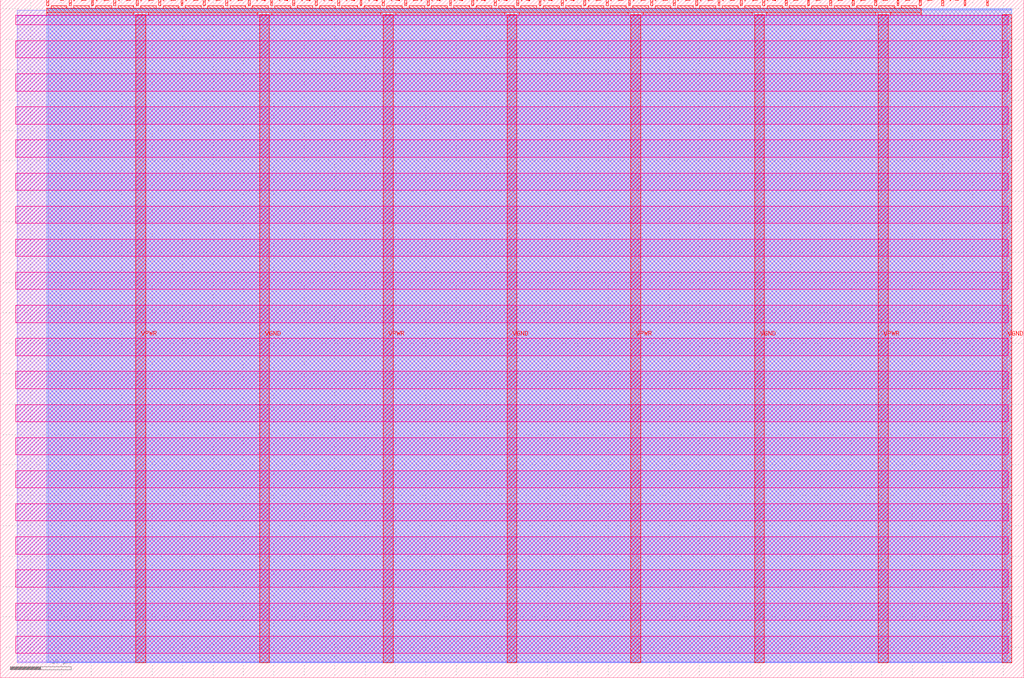
<source format=lef>
VERSION 5.7 ;
  NOWIREEXTENSIONATPIN ON ;
  DIVIDERCHAR "/" ;
  BUSBITCHARS "[]" ;
MACRO tt_um_wokwi_374903567624066049
  CLASS BLOCK ;
  FOREIGN tt_um_wokwi_374903567624066049 ;
  ORIGIN 0.000 0.000 ;
  SIZE 168.360 BY 111.520 ;
  PIN VGND
    DIRECTION INOUT ;
    USE GROUND ;
    PORT
      LAYER met4 ;
        RECT 42.670 2.480 44.270 109.040 ;
    END
    PORT
      LAYER met4 ;
        RECT 83.380 2.480 84.980 109.040 ;
    END
    PORT
      LAYER met4 ;
        RECT 124.090 2.480 125.690 109.040 ;
    END
    PORT
      LAYER met4 ;
        RECT 164.800 2.480 166.400 109.040 ;
    END
  END VGND
  PIN VPWR
    DIRECTION INOUT ;
    USE POWER ;
    PORT
      LAYER met4 ;
        RECT 22.315 2.480 23.915 109.040 ;
    END
    PORT
      LAYER met4 ;
        RECT 63.025 2.480 64.625 109.040 ;
    END
    PORT
      LAYER met4 ;
        RECT 103.735 2.480 105.335 109.040 ;
    END
    PORT
      LAYER met4 ;
        RECT 144.445 2.480 146.045 109.040 ;
    END
  END VPWR
  PIN clk
    DIRECTION INPUT ;
    USE SIGNAL ;
    PORT
      LAYER met4 ;
        RECT 158.550 110.520 158.850 111.520 ;
    END
  END clk
  PIN ena
    DIRECTION INPUT ;
    USE SIGNAL ;
    PORT
      LAYER met4 ;
        RECT 162.230 110.520 162.530 111.520 ;
    END
  END ena
  PIN rst_n
    DIRECTION INPUT ;
    USE SIGNAL ;
    PORT
      LAYER met4 ;
        RECT 154.870 110.520 155.170 111.520 ;
    END
  END rst_n
  PIN ui_in[0]
    DIRECTION INPUT ;
    USE SIGNAL ;
    ANTENNAGATEAREA 0.126000 ;
    PORT
      LAYER met4 ;
        RECT 151.190 110.520 151.490 111.520 ;
    END
  END ui_in[0]
  PIN ui_in[1]
    DIRECTION INPUT ;
    USE SIGNAL ;
    ANTENNAGATEAREA 0.126000 ;
    PORT
      LAYER met4 ;
        RECT 147.510 110.520 147.810 111.520 ;
    END
  END ui_in[1]
  PIN ui_in[2]
    DIRECTION INPUT ;
    USE SIGNAL ;
    ANTENNAGATEAREA 0.196500 ;
    PORT
      LAYER met4 ;
        RECT 143.830 110.520 144.130 111.520 ;
    END
  END ui_in[2]
  PIN ui_in[3]
    DIRECTION INPUT ;
    USE SIGNAL ;
    ANTENNAGATEAREA 0.196500 ;
    PORT
      LAYER met4 ;
        RECT 140.150 110.520 140.450 111.520 ;
    END
  END ui_in[3]
  PIN ui_in[4]
    DIRECTION INPUT ;
    USE SIGNAL ;
    ANTENNAGATEAREA 0.126000 ;
    PORT
      LAYER met4 ;
        RECT 136.470 110.520 136.770 111.520 ;
    END
  END ui_in[4]
  PIN ui_in[5]
    DIRECTION INPUT ;
    USE SIGNAL ;
    ANTENNAGATEAREA 0.196500 ;
    PORT
      LAYER met4 ;
        RECT 132.790 110.520 133.090 111.520 ;
    END
  END ui_in[5]
  PIN ui_in[6]
    DIRECTION INPUT ;
    USE SIGNAL ;
    ANTENNAGATEAREA 0.196500 ;
    PORT
      LAYER met4 ;
        RECT 129.110 110.520 129.410 111.520 ;
    END
  END ui_in[6]
  PIN ui_in[7]
    DIRECTION INPUT ;
    USE SIGNAL ;
    ANTENNAGATEAREA 0.196500 ;
    PORT
      LAYER met4 ;
        RECT 125.430 110.520 125.730 111.520 ;
    END
  END ui_in[7]
  PIN uio_in[0]
    DIRECTION INPUT ;
    USE SIGNAL ;
    PORT
      LAYER met4 ;
        RECT 121.750 110.520 122.050 111.520 ;
    END
  END uio_in[0]
  PIN uio_in[1]
    DIRECTION INPUT ;
    USE SIGNAL ;
    PORT
      LAYER met4 ;
        RECT 118.070 110.520 118.370 111.520 ;
    END
  END uio_in[1]
  PIN uio_in[2]
    DIRECTION INPUT ;
    USE SIGNAL ;
    PORT
      LAYER met4 ;
        RECT 114.390 110.520 114.690 111.520 ;
    END
  END uio_in[2]
  PIN uio_in[3]
    DIRECTION INPUT ;
    USE SIGNAL ;
    PORT
      LAYER met4 ;
        RECT 110.710 110.520 111.010 111.520 ;
    END
  END uio_in[3]
  PIN uio_in[4]
    DIRECTION INPUT ;
    USE SIGNAL ;
    PORT
      LAYER met4 ;
        RECT 107.030 110.520 107.330 111.520 ;
    END
  END uio_in[4]
  PIN uio_in[5]
    DIRECTION INPUT ;
    USE SIGNAL ;
    PORT
      LAYER met4 ;
        RECT 103.350 110.520 103.650 111.520 ;
    END
  END uio_in[5]
  PIN uio_in[6]
    DIRECTION INPUT ;
    USE SIGNAL ;
    PORT
      LAYER met4 ;
        RECT 99.670 110.520 99.970 111.520 ;
    END
  END uio_in[6]
  PIN uio_in[7]
    DIRECTION INPUT ;
    USE SIGNAL ;
    PORT
      LAYER met4 ;
        RECT 95.990 110.520 96.290 111.520 ;
    END
  END uio_in[7]
  PIN uio_oe[0]
    DIRECTION OUTPUT TRISTATE ;
    USE SIGNAL ;
    PORT
      LAYER met4 ;
        RECT 33.430 110.520 33.730 111.520 ;
    END
  END uio_oe[0]
  PIN uio_oe[1]
    DIRECTION OUTPUT TRISTATE ;
    USE SIGNAL ;
    PORT
      LAYER met4 ;
        RECT 29.750 110.520 30.050 111.520 ;
    END
  END uio_oe[1]
  PIN uio_oe[2]
    DIRECTION OUTPUT TRISTATE ;
    USE SIGNAL ;
    PORT
      LAYER met4 ;
        RECT 26.070 110.520 26.370 111.520 ;
    END
  END uio_oe[2]
  PIN uio_oe[3]
    DIRECTION OUTPUT TRISTATE ;
    USE SIGNAL ;
    PORT
      LAYER met4 ;
        RECT 22.390 110.520 22.690 111.520 ;
    END
  END uio_oe[3]
  PIN uio_oe[4]
    DIRECTION OUTPUT TRISTATE ;
    USE SIGNAL ;
    PORT
      LAYER met4 ;
        RECT 18.710 110.520 19.010 111.520 ;
    END
  END uio_oe[4]
  PIN uio_oe[5]
    DIRECTION OUTPUT TRISTATE ;
    USE SIGNAL ;
    PORT
      LAYER met4 ;
        RECT 15.030 110.520 15.330 111.520 ;
    END
  END uio_oe[5]
  PIN uio_oe[6]
    DIRECTION OUTPUT TRISTATE ;
    USE SIGNAL ;
    PORT
      LAYER met4 ;
        RECT 11.350 110.520 11.650 111.520 ;
    END
  END uio_oe[6]
  PIN uio_oe[7]
    DIRECTION OUTPUT TRISTATE ;
    USE SIGNAL ;
    PORT
      LAYER met4 ;
        RECT 7.670 110.520 7.970 111.520 ;
    END
  END uio_oe[7]
  PIN uio_out[0]
    DIRECTION OUTPUT TRISTATE ;
    USE SIGNAL ;
    PORT
      LAYER met4 ;
        RECT 62.870 110.520 63.170 111.520 ;
    END
  END uio_out[0]
  PIN uio_out[1]
    DIRECTION OUTPUT TRISTATE ;
    USE SIGNAL ;
    PORT
      LAYER met4 ;
        RECT 59.190 110.520 59.490 111.520 ;
    END
  END uio_out[1]
  PIN uio_out[2]
    DIRECTION OUTPUT TRISTATE ;
    USE SIGNAL ;
    PORT
      LAYER met4 ;
        RECT 55.510 110.520 55.810 111.520 ;
    END
  END uio_out[2]
  PIN uio_out[3]
    DIRECTION OUTPUT TRISTATE ;
    USE SIGNAL ;
    PORT
      LAYER met4 ;
        RECT 51.830 110.520 52.130 111.520 ;
    END
  END uio_out[3]
  PIN uio_out[4]
    DIRECTION OUTPUT TRISTATE ;
    USE SIGNAL ;
    PORT
      LAYER met4 ;
        RECT 48.150 110.520 48.450 111.520 ;
    END
  END uio_out[4]
  PIN uio_out[5]
    DIRECTION OUTPUT TRISTATE ;
    USE SIGNAL ;
    PORT
      LAYER met4 ;
        RECT 44.470 110.520 44.770 111.520 ;
    END
  END uio_out[5]
  PIN uio_out[6]
    DIRECTION OUTPUT TRISTATE ;
    USE SIGNAL ;
    PORT
      LAYER met4 ;
        RECT 40.790 110.520 41.090 111.520 ;
    END
  END uio_out[6]
  PIN uio_out[7]
    DIRECTION OUTPUT TRISTATE ;
    USE SIGNAL ;
    PORT
      LAYER met4 ;
        RECT 37.110 110.520 37.410 111.520 ;
    END
  END uio_out[7]
  PIN uo_out[0]
    DIRECTION OUTPUT TRISTATE ;
    USE SIGNAL ;
    ANTENNADIFFAREA 0.445500 ;
    PORT
      LAYER met4 ;
        RECT 92.310 110.520 92.610 111.520 ;
    END
  END uo_out[0]
  PIN uo_out[1]
    DIRECTION OUTPUT TRISTATE ;
    USE SIGNAL ;
    ANTENNADIFFAREA 0.795200 ;
    PORT
      LAYER met4 ;
        RECT 88.630 110.520 88.930 111.520 ;
    END
  END uo_out[1]
  PIN uo_out[2]
    DIRECTION OUTPUT TRISTATE ;
    USE SIGNAL ;
    ANTENNADIFFAREA 0.445500 ;
    PORT
      LAYER met4 ;
        RECT 84.950 110.520 85.250 111.520 ;
    END
  END uo_out[2]
  PIN uo_out[3]
    DIRECTION OUTPUT TRISTATE ;
    USE SIGNAL ;
    ANTENNADIFFAREA 0.445500 ;
    PORT
      LAYER met4 ;
        RECT 81.270 110.520 81.570 111.520 ;
    END
  END uo_out[3]
  PIN uo_out[4]
    DIRECTION OUTPUT TRISTATE ;
    USE SIGNAL ;
    ANTENNADIFFAREA 0.445500 ;
    PORT
      LAYER met4 ;
        RECT 77.590 110.520 77.890 111.520 ;
    END
  END uo_out[4]
  PIN uo_out[5]
    DIRECTION OUTPUT TRISTATE ;
    USE SIGNAL ;
    ANTENNADIFFAREA 0.445500 ;
    PORT
      LAYER met4 ;
        RECT 73.910 110.520 74.210 111.520 ;
    END
  END uo_out[5]
  PIN uo_out[6]
    DIRECTION OUTPUT TRISTATE ;
    USE SIGNAL ;
    ANTENNADIFFAREA 0.445500 ;
    PORT
      LAYER met4 ;
        RECT 70.230 110.520 70.530 111.520 ;
    END
  END uo_out[6]
  PIN uo_out[7]
    DIRECTION OUTPUT TRISTATE ;
    USE SIGNAL ;
    ANTENNADIFFAREA 0.445500 ;
    PORT
      LAYER met4 ;
        RECT 66.550 110.520 66.850 111.520 ;
    END
  END uo_out[7]
  OBS
      LAYER nwell ;
        RECT 2.570 107.385 165.790 108.990 ;
        RECT 2.570 101.945 165.790 104.775 ;
        RECT 2.570 96.505 165.790 99.335 ;
        RECT 2.570 91.065 165.790 93.895 ;
        RECT 2.570 85.625 165.790 88.455 ;
        RECT 2.570 80.185 165.790 83.015 ;
        RECT 2.570 74.745 165.790 77.575 ;
        RECT 2.570 69.305 165.790 72.135 ;
        RECT 2.570 63.865 165.790 66.695 ;
        RECT 2.570 58.425 165.790 61.255 ;
        RECT 2.570 52.985 165.790 55.815 ;
        RECT 2.570 47.545 165.790 50.375 ;
        RECT 2.570 42.105 165.790 44.935 ;
        RECT 2.570 36.665 165.790 39.495 ;
        RECT 2.570 31.225 165.790 34.055 ;
        RECT 2.570 25.785 165.790 28.615 ;
        RECT 2.570 20.345 165.790 23.175 ;
        RECT 2.570 14.905 165.790 17.735 ;
        RECT 2.570 9.465 165.790 12.295 ;
        RECT 2.570 4.025 165.790 6.855 ;
      LAYER li1 ;
        RECT 2.760 2.635 165.600 108.885 ;
      LAYER met1 ;
        RECT 2.760 2.480 166.400 109.780 ;
      LAYER met2 ;
        RECT 7.910 2.535 166.370 110.005 ;
      LAYER met3 ;
        RECT 7.630 2.555 166.390 109.985 ;
      LAYER met4 ;
        RECT 8.370 110.120 10.950 110.520 ;
        RECT 12.050 110.120 14.630 110.520 ;
        RECT 15.730 110.120 18.310 110.520 ;
        RECT 19.410 110.120 21.990 110.520 ;
        RECT 23.090 110.120 25.670 110.520 ;
        RECT 26.770 110.120 29.350 110.520 ;
        RECT 30.450 110.120 33.030 110.520 ;
        RECT 34.130 110.120 36.710 110.520 ;
        RECT 37.810 110.120 40.390 110.520 ;
        RECT 41.490 110.120 44.070 110.520 ;
        RECT 45.170 110.120 47.750 110.520 ;
        RECT 48.850 110.120 51.430 110.520 ;
        RECT 52.530 110.120 55.110 110.520 ;
        RECT 56.210 110.120 58.790 110.520 ;
        RECT 59.890 110.120 62.470 110.520 ;
        RECT 63.570 110.120 66.150 110.520 ;
        RECT 67.250 110.120 69.830 110.520 ;
        RECT 70.930 110.120 73.510 110.520 ;
        RECT 74.610 110.120 77.190 110.520 ;
        RECT 78.290 110.120 80.870 110.520 ;
        RECT 81.970 110.120 84.550 110.520 ;
        RECT 85.650 110.120 88.230 110.520 ;
        RECT 89.330 110.120 91.910 110.520 ;
        RECT 93.010 110.120 95.590 110.520 ;
        RECT 96.690 110.120 99.270 110.520 ;
        RECT 100.370 110.120 102.950 110.520 ;
        RECT 104.050 110.120 106.630 110.520 ;
        RECT 107.730 110.120 110.310 110.520 ;
        RECT 111.410 110.120 113.990 110.520 ;
        RECT 115.090 110.120 117.670 110.520 ;
        RECT 118.770 110.120 121.350 110.520 ;
        RECT 122.450 110.120 125.030 110.520 ;
        RECT 126.130 110.120 128.710 110.520 ;
        RECT 129.810 110.120 132.390 110.520 ;
        RECT 133.490 110.120 136.070 110.520 ;
        RECT 137.170 110.120 139.750 110.520 ;
        RECT 140.850 110.120 143.430 110.520 ;
        RECT 144.530 110.120 147.110 110.520 ;
        RECT 148.210 110.120 150.790 110.520 ;
        RECT 7.655 109.440 151.505 110.120 ;
        RECT 7.655 108.975 21.915 109.440 ;
        RECT 24.315 108.975 42.270 109.440 ;
        RECT 44.670 108.975 62.625 109.440 ;
        RECT 65.025 108.975 82.980 109.440 ;
        RECT 85.380 108.975 103.335 109.440 ;
        RECT 105.735 108.975 123.690 109.440 ;
        RECT 126.090 108.975 144.045 109.440 ;
        RECT 146.445 108.975 151.505 109.440 ;
  END
END tt_um_wokwi_374903567624066049
END LIBRARY


</source>
